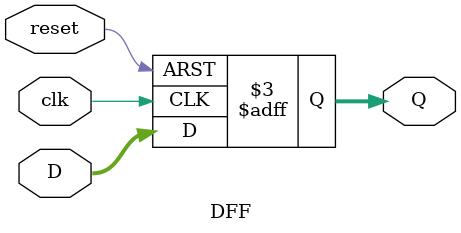
<source format=sv>
module DFF(
  D,clk,reset,Q
  );
  input bit[2:0] D;
  input bit clk;
  input bit reset;
  output bit[2:0] Q;
  
always @(posedge clk or negedge reset) 
begin
 if(reset==1'b0)
  Q <= 1'b0; 
 else 
  Q <= D; 
end 
endmodule

</source>
